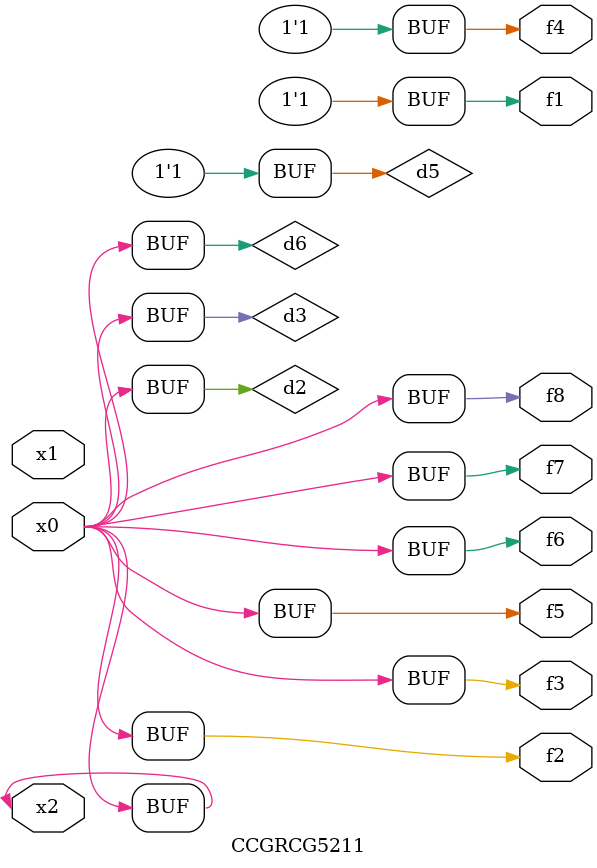
<source format=v>
module CCGRCG5211(
	input x0, x1, x2,
	output f1, f2, f3, f4, f5, f6, f7, f8
);

	wire d1, d2, d3, d4, d5, d6;

	xnor (d1, x2);
	buf (d2, x0, x2);
	and (d3, x0);
	xnor (d4, x1, x2);
	nand (d5, d1, d3);
	buf (d6, d2, d3);
	assign f1 = d5;
	assign f2 = d6;
	assign f3 = d6;
	assign f4 = d5;
	assign f5 = d6;
	assign f6 = d6;
	assign f7 = d6;
	assign f8 = d6;
endmodule

</source>
